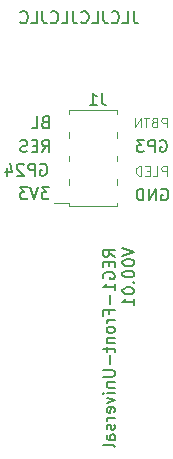
<source format=gbr>
G04 #@! TF.GenerationSoftware,KiCad,Pcbnew,(5.1.4)-1*
G04 #@! TF.CreationDate,2022-10-21T16:14:19+02:00*
G04 #@! TF.ProjectId,REG1-Front-Universal,52454731-2d46-4726-9f6e-742d556e6976,V00.01*
G04 #@! TF.SameCoordinates,Original*
G04 #@! TF.FileFunction,Legend,Bot*
G04 #@! TF.FilePolarity,Positive*
%FSLAX46Y46*%
G04 Gerber Fmt 4.6, Leading zero omitted, Abs format (unit mm)*
G04 Created by KiCad (PCBNEW (5.1.4)-1) date 2022-10-21 16:14:19*
%MOMM*%
%LPD*%
G04 APERTURE LIST*
%ADD10C,0.150000*%
%ADD11C,0.100000*%
%ADD12C,0.120000*%
G04 APERTURE END LIST*
D10*
X110719047Y-110952380D02*
X110719047Y-111666666D01*
X110766666Y-111809523D01*
X110861904Y-111904761D01*
X111004761Y-111952380D01*
X111100000Y-111952380D01*
X109766666Y-111952380D02*
X110242857Y-111952380D01*
X110242857Y-110952380D01*
X108861904Y-111857142D02*
X108909523Y-111904761D01*
X109052380Y-111952380D01*
X109147619Y-111952380D01*
X109290476Y-111904761D01*
X109385714Y-111809523D01*
X109433333Y-111714285D01*
X109480952Y-111523809D01*
X109480952Y-111380952D01*
X109433333Y-111190476D01*
X109385714Y-111095238D01*
X109290476Y-111000000D01*
X109147619Y-110952380D01*
X109052380Y-110952380D01*
X108909523Y-111000000D01*
X108861904Y-111047619D01*
X108147619Y-110952380D02*
X108147619Y-111666666D01*
X108195238Y-111809523D01*
X108290476Y-111904761D01*
X108433333Y-111952380D01*
X108528571Y-111952380D01*
X107195238Y-111952380D02*
X107671428Y-111952380D01*
X107671428Y-110952380D01*
X106290476Y-111857142D02*
X106338095Y-111904761D01*
X106480952Y-111952380D01*
X106576190Y-111952380D01*
X106719047Y-111904761D01*
X106814285Y-111809523D01*
X106861904Y-111714285D01*
X106909523Y-111523809D01*
X106909523Y-111380952D01*
X106861904Y-111190476D01*
X106814285Y-111095238D01*
X106719047Y-111000000D01*
X106576190Y-110952380D01*
X106480952Y-110952380D01*
X106338095Y-111000000D01*
X106290476Y-111047619D01*
X105576190Y-110952380D02*
X105576190Y-111666666D01*
X105623809Y-111809523D01*
X105719047Y-111904761D01*
X105861904Y-111952380D01*
X105957142Y-111952380D01*
X104623809Y-111952380D02*
X105100000Y-111952380D01*
X105100000Y-110952380D01*
X103719047Y-111857142D02*
X103766666Y-111904761D01*
X103909523Y-111952380D01*
X104004761Y-111952380D01*
X104147619Y-111904761D01*
X104242857Y-111809523D01*
X104290476Y-111714285D01*
X104338095Y-111523809D01*
X104338095Y-111380952D01*
X104290476Y-111190476D01*
X104242857Y-111095238D01*
X104147619Y-111000000D01*
X104004761Y-110952380D01*
X103909523Y-110952380D01*
X103766666Y-111000000D01*
X103719047Y-111047619D01*
X103004761Y-110952380D02*
X103004761Y-111666666D01*
X103052380Y-111809523D01*
X103147619Y-111904761D01*
X103290476Y-111952380D01*
X103385714Y-111952380D01*
X102052380Y-111952380D02*
X102528571Y-111952380D01*
X102528571Y-110952380D01*
X101147619Y-111857142D02*
X101195238Y-111904761D01*
X101338095Y-111952380D01*
X101433333Y-111952380D01*
X101576190Y-111904761D01*
X101671428Y-111809523D01*
X101719047Y-111714285D01*
X101766666Y-111523809D01*
X101766666Y-111380952D01*
X101719047Y-111190476D01*
X101671428Y-111095238D01*
X101576190Y-111000000D01*
X101433333Y-110952380D01*
X101338095Y-110952380D01*
X101195238Y-111000000D01*
X101147619Y-111047619D01*
X109127380Y-131707023D02*
X108651190Y-131373690D01*
X109127380Y-131135595D02*
X108127380Y-131135595D01*
X108127380Y-131516547D01*
X108175000Y-131611785D01*
X108222619Y-131659404D01*
X108317857Y-131707023D01*
X108460714Y-131707023D01*
X108555952Y-131659404D01*
X108603571Y-131611785D01*
X108651190Y-131516547D01*
X108651190Y-131135595D01*
X108603571Y-132135595D02*
X108603571Y-132468928D01*
X109127380Y-132611785D02*
X109127380Y-132135595D01*
X108127380Y-132135595D01*
X108127380Y-132611785D01*
X108175000Y-133564166D02*
X108127380Y-133468928D01*
X108127380Y-133326071D01*
X108175000Y-133183214D01*
X108270238Y-133087976D01*
X108365476Y-133040357D01*
X108555952Y-132992738D01*
X108698809Y-132992738D01*
X108889285Y-133040357D01*
X108984523Y-133087976D01*
X109079761Y-133183214D01*
X109127380Y-133326071D01*
X109127380Y-133421309D01*
X109079761Y-133564166D01*
X109032142Y-133611785D01*
X108698809Y-133611785D01*
X108698809Y-133421309D01*
X109127380Y-134564166D02*
X109127380Y-133992738D01*
X109127380Y-134278452D02*
X108127380Y-134278452D01*
X108270238Y-134183214D01*
X108365476Y-134087976D01*
X108413095Y-133992738D01*
X108746428Y-134992738D02*
X108746428Y-135754642D01*
X108603571Y-136564166D02*
X108603571Y-136230833D01*
X109127380Y-136230833D02*
X108127380Y-136230833D01*
X108127380Y-136707023D01*
X109127380Y-137087976D02*
X108460714Y-137087976D01*
X108651190Y-137087976D02*
X108555952Y-137135595D01*
X108508333Y-137183214D01*
X108460714Y-137278452D01*
X108460714Y-137373690D01*
X109127380Y-137849880D02*
X109079761Y-137754642D01*
X109032142Y-137707023D01*
X108936904Y-137659404D01*
X108651190Y-137659404D01*
X108555952Y-137707023D01*
X108508333Y-137754642D01*
X108460714Y-137849880D01*
X108460714Y-137992738D01*
X108508333Y-138087976D01*
X108555952Y-138135595D01*
X108651190Y-138183214D01*
X108936904Y-138183214D01*
X109032142Y-138135595D01*
X109079761Y-138087976D01*
X109127380Y-137992738D01*
X109127380Y-137849880D01*
X108460714Y-138611785D02*
X109127380Y-138611785D01*
X108555952Y-138611785D02*
X108508333Y-138659404D01*
X108460714Y-138754642D01*
X108460714Y-138897500D01*
X108508333Y-138992738D01*
X108603571Y-139040357D01*
X109127380Y-139040357D01*
X108460714Y-139373690D02*
X108460714Y-139754642D01*
X108127380Y-139516547D02*
X108984523Y-139516547D01*
X109079761Y-139564166D01*
X109127380Y-139659404D01*
X109127380Y-139754642D01*
X108746428Y-140087976D02*
X108746428Y-140849880D01*
X108127380Y-141326071D02*
X108936904Y-141326071D01*
X109032142Y-141373690D01*
X109079761Y-141421309D01*
X109127380Y-141516547D01*
X109127380Y-141707023D01*
X109079761Y-141802261D01*
X109032142Y-141849880D01*
X108936904Y-141897500D01*
X108127380Y-141897500D01*
X108460714Y-142373690D02*
X109127380Y-142373690D01*
X108555952Y-142373690D02*
X108508333Y-142421309D01*
X108460714Y-142516547D01*
X108460714Y-142659404D01*
X108508333Y-142754642D01*
X108603571Y-142802261D01*
X109127380Y-142802261D01*
X109127380Y-143278452D02*
X108460714Y-143278452D01*
X108127380Y-143278452D02*
X108175000Y-143230833D01*
X108222619Y-143278452D01*
X108175000Y-143326071D01*
X108127380Y-143278452D01*
X108222619Y-143278452D01*
X108460714Y-143659404D02*
X109127380Y-143897500D01*
X108460714Y-144135595D01*
X109079761Y-144897500D02*
X109127380Y-144802261D01*
X109127380Y-144611785D01*
X109079761Y-144516547D01*
X108984523Y-144468928D01*
X108603571Y-144468928D01*
X108508333Y-144516547D01*
X108460714Y-144611785D01*
X108460714Y-144802261D01*
X108508333Y-144897500D01*
X108603571Y-144945119D01*
X108698809Y-144945119D01*
X108794047Y-144468928D01*
X109127380Y-145373690D02*
X108460714Y-145373690D01*
X108651190Y-145373690D02*
X108555952Y-145421309D01*
X108508333Y-145468928D01*
X108460714Y-145564166D01*
X108460714Y-145659404D01*
X109079761Y-145945119D02*
X109127380Y-146040357D01*
X109127380Y-146230833D01*
X109079761Y-146326071D01*
X108984523Y-146373690D01*
X108936904Y-146373690D01*
X108841666Y-146326071D01*
X108794047Y-146230833D01*
X108794047Y-146087976D01*
X108746428Y-145992738D01*
X108651190Y-145945119D01*
X108603571Y-145945119D01*
X108508333Y-145992738D01*
X108460714Y-146087976D01*
X108460714Y-146230833D01*
X108508333Y-146326071D01*
X109127380Y-147230833D02*
X108603571Y-147230833D01*
X108508333Y-147183214D01*
X108460714Y-147087976D01*
X108460714Y-146897500D01*
X108508333Y-146802261D01*
X109079761Y-147230833D02*
X109127380Y-147135595D01*
X109127380Y-146897500D01*
X109079761Y-146802261D01*
X108984523Y-146754642D01*
X108889285Y-146754642D01*
X108794047Y-146802261D01*
X108746428Y-146897500D01*
X108746428Y-147135595D01*
X108698809Y-147230833D01*
X109127380Y-147849880D02*
X109079761Y-147754642D01*
X108984523Y-147707023D01*
X108127380Y-147707023D01*
X109777380Y-130992738D02*
X110777380Y-131326071D01*
X109777380Y-131659404D01*
X109777380Y-132183214D02*
X109777380Y-132278452D01*
X109825000Y-132373690D01*
X109872619Y-132421309D01*
X109967857Y-132468928D01*
X110158333Y-132516547D01*
X110396428Y-132516547D01*
X110586904Y-132468928D01*
X110682142Y-132421309D01*
X110729761Y-132373690D01*
X110777380Y-132278452D01*
X110777380Y-132183214D01*
X110729761Y-132087976D01*
X110682142Y-132040357D01*
X110586904Y-131992738D01*
X110396428Y-131945119D01*
X110158333Y-131945119D01*
X109967857Y-131992738D01*
X109872619Y-132040357D01*
X109825000Y-132087976D01*
X109777380Y-132183214D01*
X109777380Y-133135595D02*
X109777380Y-133230833D01*
X109825000Y-133326071D01*
X109872619Y-133373690D01*
X109967857Y-133421309D01*
X110158333Y-133468928D01*
X110396428Y-133468928D01*
X110586904Y-133421309D01*
X110682142Y-133373690D01*
X110729761Y-133326071D01*
X110777380Y-133230833D01*
X110777380Y-133135595D01*
X110729761Y-133040357D01*
X110682142Y-132992738D01*
X110586904Y-132945119D01*
X110396428Y-132897500D01*
X110158333Y-132897500D01*
X109967857Y-132945119D01*
X109872619Y-132992738D01*
X109825000Y-133040357D01*
X109777380Y-133135595D01*
X110682142Y-133897500D02*
X110729761Y-133945119D01*
X110777380Y-133897500D01*
X110729761Y-133849880D01*
X110682142Y-133897500D01*
X110777380Y-133897500D01*
X109777380Y-134564166D02*
X109777380Y-134659404D01*
X109825000Y-134754642D01*
X109872619Y-134802261D01*
X109967857Y-134849880D01*
X110158333Y-134897500D01*
X110396428Y-134897500D01*
X110586904Y-134849880D01*
X110682142Y-134802261D01*
X110729761Y-134754642D01*
X110777380Y-134659404D01*
X110777380Y-134564166D01*
X110729761Y-134468928D01*
X110682142Y-134421309D01*
X110586904Y-134373690D01*
X110396428Y-134326071D01*
X110158333Y-134326071D01*
X109967857Y-134373690D01*
X109872619Y-134421309D01*
X109825000Y-134468928D01*
X109777380Y-134564166D01*
X110777380Y-135849880D02*
X110777380Y-135278452D01*
X110777380Y-135564166D02*
X109777380Y-135564166D01*
X109920238Y-135468928D01*
X110015476Y-135373690D01*
X110063095Y-135278452D01*
D11*
X113522142Y-120761904D02*
X113522142Y-119961904D01*
X113217380Y-119961904D01*
X113141190Y-120000000D01*
X113103095Y-120038095D01*
X113065000Y-120114285D01*
X113065000Y-120228571D01*
X113103095Y-120304761D01*
X113141190Y-120342857D01*
X113217380Y-120380952D01*
X113522142Y-120380952D01*
X112455476Y-120342857D02*
X112341190Y-120380952D01*
X112303095Y-120419047D01*
X112265000Y-120495238D01*
X112265000Y-120609523D01*
X112303095Y-120685714D01*
X112341190Y-120723809D01*
X112417380Y-120761904D01*
X112722142Y-120761904D01*
X112722142Y-119961904D01*
X112455476Y-119961904D01*
X112379285Y-120000000D01*
X112341190Y-120038095D01*
X112303095Y-120114285D01*
X112303095Y-120190476D01*
X112341190Y-120266666D01*
X112379285Y-120304761D01*
X112455476Y-120342857D01*
X112722142Y-120342857D01*
X112036428Y-119961904D02*
X111579285Y-119961904D01*
X111807857Y-120761904D02*
X111807857Y-119961904D01*
X111312619Y-120761904D02*
X111312619Y-119961904D01*
X110855476Y-120761904D01*
X110855476Y-119961904D01*
D10*
X103559642Y-125852380D02*
X102940595Y-125852380D01*
X103273928Y-126233333D01*
X103131071Y-126233333D01*
X103035833Y-126280952D01*
X102988214Y-126328571D01*
X102940595Y-126423809D01*
X102940595Y-126661904D01*
X102988214Y-126757142D01*
X103035833Y-126804761D01*
X103131071Y-126852380D01*
X103416785Y-126852380D01*
X103512023Y-126804761D01*
X103559642Y-126757142D01*
X102654880Y-125852380D02*
X102321547Y-126852380D01*
X101988214Y-125852380D01*
X101750119Y-125852380D02*
X101131071Y-125852380D01*
X101464404Y-126233333D01*
X101321547Y-126233333D01*
X101226309Y-126280952D01*
X101178690Y-126328571D01*
X101131071Y-126423809D01*
X101131071Y-126661904D01*
X101178690Y-126757142D01*
X101226309Y-126804761D01*
X101321547Y-126852380D01*
X101607261Y-126852380D01*
X101702500Y-126804761D01*
X101750119Y-126757142D01*
X102840595Y-123900000D02*
X102935833Y-123852380D01*
X103078690Y-123852380D01*
X103221547Y-123900000D01*
X103316785Y-123995238D01*
X103364404Y-124090476D01*
X103412023Y-124280952D01*
X103412023Y-124423809D01*
X103364404Y-124614285D01*
X103316785Y-124709523D01*
X103221547Y-124804761D01*
X103078690Y-124852380D01*
X102983452Y-124852380D01*
X102840595Y-124804761D01*
X102792976Y-124757142D01*
X102792976Y-124423809D01*
X102983452Y-124423809D01*
X102364404Y-124852380D02*
X102364404Y-123852380D01*
X101983452Y-123852380D01*
X101888214Y-123900000D01*
X101840595Y-123947619D01*
X101792976Y-124042857D01*
X101792976Y-124185714D01*
X101840595Y-124280952D01*
X101888214Y-124328571D01*
X101983452Y-124376190D01*
X102364404Y-124376190D01*
X101412023Y-123947619D02*
X101364404Y-123900000D01*
X101269166Y-123852380D01*
X101031071Y-123852380D01*
X100935833Y-123900000D01*
X100888214Y-123947619D01*
X100840595Y-124042857D01*
X100840595Y-124138095D01*
X100888214Y-124280952D01*
X101459642Y-124852380D01*
X100840595Y-124852380D01*
X99983452Y-124185714D02*
X99983452Y-124852380D01*
X100221547Y-123804761D02*
X100459642Y-124519047D01*
X99840595Y-124519047D01*
X102992976Y-122852380D02*
X103326309Y-122376190D01*
X103564404Y-122852380D02*
X103564404Y-121852380D01*
X103183452Y-121852380D01*
X103088214Y-121900000D01*
X103040595Y-121947619D01*
X102992976Y-122042857D01*
X102992976Y-122185714D01*
X103040595Y-122280952D01*
X103088214Y-122328571D01*
X103183452Y-122376190D01*
X103564404Y-122376190D01*
X102564404Y-122328571D02*
X102231071Y-122328571D01*
X102088214Y-122852380D02*
X102564404Y-122852380D01*
X102564404Y-121852380D01*
X102088214Y-121852380D01*
X101707261Y-122804761D02*
X101564404Y-122852380D01*
X101326309Y-122852380D01*
X101231071Y-122804761D01*
X101183452Y-122757142D01*
X101135833Y-122661904D01*
X101135833Y-122566666D01*
X101183452Y-122471428D01*
X101231071Y-122423809D01*
X101326309Y-122376190D01*
X101516785Y-122328571D01*
X101612023Y-122280952D01*
X101659642Y-122233333D01*
X101707261Y-122138095D01*
X101707261Y-122042857D01*
X101659642Y-121947619D01*
X101612023Y-121900000D01*
X101516785Y-121852380D01*
X101278690Y-121852380D01*
X101135833Y-121900000D01*
X103231071Y-120328571D02*
X103088214Y-120376190D01*
X103040595Y-120423809D01*
X102992976Y-120519047D01*
X102992976Y-120661904D01*
X103040595Y-120757142D01*
X103088214Y-120804761D01*
X103183452Y-120852380D01*
X103564404Y-120852380D01*
X103564404Y-119852380D01*
X103231071Y-119852380D01*
X103135833Y-119900000D01*
X103088214Y-119947619D01*
X103040595Y-120042857D01*
X103040595Y-120138095D01*
X103088214Y-120233333D01*
X103135833Y-120280952D01*
X103231071Y-120328571D01*
X103564404Y-120328571D01*
X102088214Y-120852380D02*
X102564404Y-120852380D01*
X102564404Y-119852380D01*
X112987976Y-121900000D02*
X113083214Y-121852380D01*
X113226071Y-121852380D01*
X113368928Y-121900000D01*
X113464166Y-121995238D01*
X113511785Y-122090476D01*
X113559404Y-122280952D01*
X113559404Y-122423809D01*
X113511785Y-122614285D01*
X113464166Y-122709523D01*
X113368928Y-122804761D01*
X113226071Y-122852380D01*
X113130833Y-122852380D01*
X112987976Y-122804761D01*
X112940357Y-122757142D01*
X112940357Y-122423809D01*
X113130833Y-122423809D01*
X112511785Y-122852380D02*
X112511785Y-121852380D01*
X112130833Y-121852380D01*
X112035595Y-121900000D01*
X111987976Y-121947619D01*
X111940357Y-122042857D01*
X111940357Y-122185714D01*
X111987976Y-122280952D01*
X112035595Y-122328571D01*
X112130833Y-122376190D01*
X112511785Y-122376190D01*
X111607023Y-121852380D02*
X110987976Y-121852380D01*
X111321309Y-122233333D01*
X111178452Y-122233333D01*
X111083214Y-122280952D01*
X111035595Y-122328571D01*
X110987976Y-122423809D01*
X110987976Y-122661904D01*
X111035595Y-122757142D01*
X111083214Y-122804761D01*
X111178452Y-122852380D01*
X111464166Y-122852380D01*
X111559404Y-122804761D01*
X111607023Y-122757142D01*
D11*
X113545952Y-124861904D02*
X113545952Y-124061904D01*
X113241190Y-124061904D01*
X113165000Y-124100000D01*
X113126904Y-124138095D01*
X113088809Y-124214285D01*
X113088809Y-124328571D01*
X113126904Y-124404761D01*
X113165000Y-124442857D01*
X113241190Y-124480952D01*
X113545952Y-124480952D01*
X112365000Y-124861904D02*
X112745952Y-124861904D01*
X112745952Y-124061904D01*
X112098333Y-124442857D02*
X111831666Y-124442857D01*
X111717380Y-124861904D02*
X112098333Y-124861904D01*
X112098333Y-124061904D01*
X111717380Y-124061904D01*
X111374523Y-124861904D02*
X111374523Y-124061904D01*
X111184047Y-124061904D01*
X111069761Y-124100000D01*
X110993571Y-124176190D01*
X110955476Y-124252380D01*
X110917380Y-124404761D01*
X110917380Y-124519047D01*
X110955476Y-124671428D01*
X110993571Y-124747619D01*
X111069761Y-124823809D01*
X111184047Y-124861904D01*
X111374523Y-124861904D01*
D10*
X113083214Y-126000000D02*
X113178452Y-125952380D01*
X113321309Y-125952380D01*
X113464166Y-126000000D01*
X113559404Y-126095238D01*
X113607023Y-126190476D01*
X113654642Y-126380952D01*
X113654642Y-126523809D01*
X113607023Y-126714285D01*
X113559404Y-126809523D01*
X113464166Y-126904761D01*
X113321309Y-126952380D01*
X113226071Y-126952380D01*
X113083214Y-126904761D01*
X113035595Y-126857142D01*
X113035595Y-126523809D01*
X113226071Y-126523809D01*
X112607023Y-126952380D02*
X112607023Y-125952380D01*
X112035595Y-126952380D01*
X112035595Y-125952380D01*
X111559404Y-126952380D02*
X111559404Y-125952380D01*
X111321309Y-125952380D01*
X111178452Y-126000000D01*
X111083214Y-126095238D01*
X111035595Y-126190476D01*
X110987976Y-126380952D01*
X110987976Y-126523809D01*
X111035595Y-126714285D01*
X111083214Y-126809523D01*
X111178452Y-126904761D01*
X111321309Y-126952380D01*
X111559404Y-126952380D01*
D12*
X109360000Y-121640000D02*
X109360000Y-121160000D01*
X105240000Y-121640000D02*
X105240000Y-121160000D01*
X109360000Y-123640000D02*
X109360000Y-123160000D01*
X105240000Y-123640000D02*
X105240000Y-123160000D01*
X109360000Y-125640000D02*
X109360000Y-125160000D01*
X105240000Y-125640000D02*
X105240000Y-125160000D01*
X109360000Y-119640000D02*
X109360000Y-119340000D01*
X105240000Y-119640000D02*
X105240000Y-119340000D01*
X109360000Y-127460000D02*
X109360000Y-127160000D01*
X105240000Y-127460000D02*
X105240000Y-127160000D01*
X103985000Y-127160000D02*
X105240000Y-127160000D01*
X105240000Y-119340000D02*
X109360000Y-119340000D01*
X105240000Y-127460000D02*
X109360000Y-127460000D01*
D10*
X108033333Y-117852380D02*
X108033333Y-118566666D01*
X108080952Y-118709523D01*
X108176190Y-118804761D01*
X108319047Y-118852380D01*
X108414285Y-118852380D01*
X107033333Y-118852380D02*
X107604761Y-118852380D01*
X107319047Y-118852380D02*
X107319047Y-117852380D01*
X107414285Y-117995238D01*
X107509523Y-118090476D01*
X107604761Y-118138095D01*
M02*

</source>
